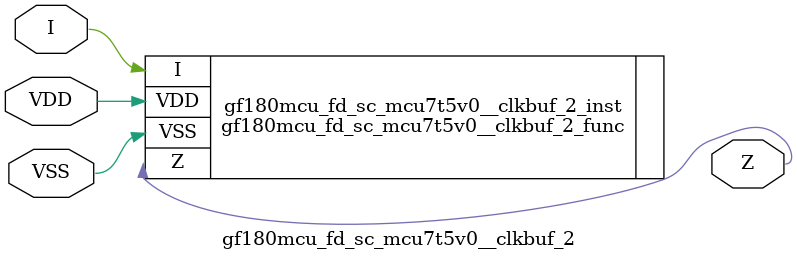
<source format=v>

module gf180mcu_fd_sc_mcu7t5v0__clkbuf_2( I, Z, VDD, VSS );
input I;
inout VDD, VSS;
output Z;

   `ifdef FUNCTIONAL  //  functional //

	gf180mcu_fd_sc_mcu7t5v0__clkbuf_2_func gf180mcu_fd_sc_mcu7t5v0__clkbuf_2_behav_inst(.I(I),.Z(Z),.VDD(VDD),.VSS(VSS));

   `else

	gf180mcu_fd_sc_mcu7t5v0__clkbuf_2_func gf180mcu_fd_sc_mcu7t5v0__clkbuf_2_inst(.I(I),.Z(Z),.VDD(VDD),.VSS(VSS));

	// spec_gates_begin


	// spec_gates_end



   specify

	// specify_block_begin

	// comb arc I --> Z
	 (I => Z) = (1.0,1.0);

	// specify_block_end

   endspecify

   `endif

endmodule

</source>
